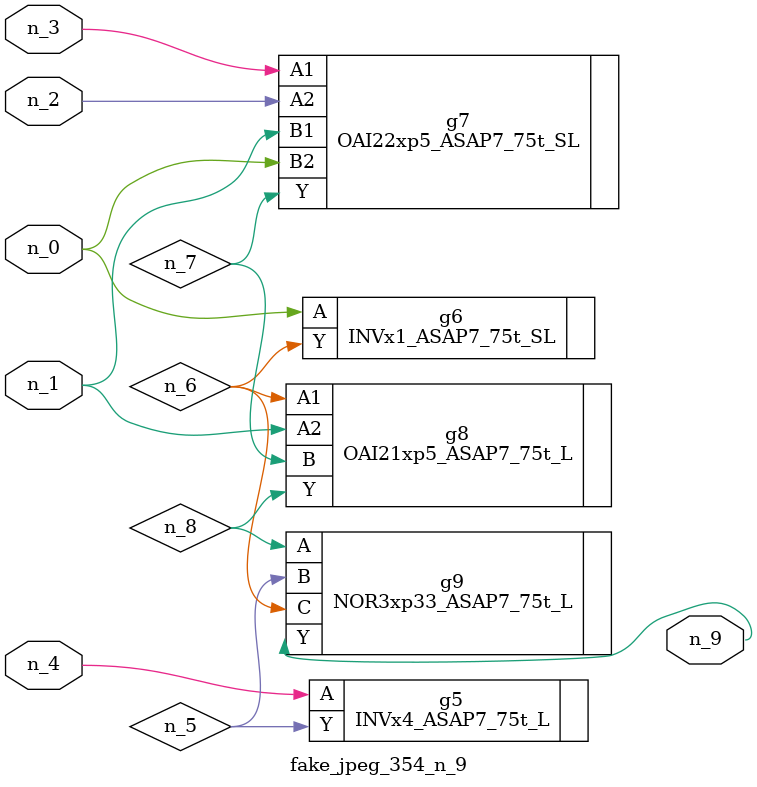
<source format=v>
module fake_jpeg_354_n_9 (n_3, n_2, n_1, n_0, n_4, n_9);

input n_3;
input n_2;
input n_1;
input n_0;
input n_4;

output n_9;

wire n_8;
wire n_6;
wire n_5;
wire n_7;

INVx4_ASAP7_75t_L g5 ( 
.A(n_4),
.Y(n_5)
);

INVx1_ASAP7_75t_SL g6 ( 
.A(n_0),
.Y(n_6)
);

OAI22xp5_ASAP7_75t_SL g7 ( 
.A1(n_3),
.A2(n_2),
.B1(n_1),
.B2(n_0),
.Y(n_7)
);

OAI21xp5_ASAP7_75t_L g8 ( 
.A1(n_6),
.A2(n_1),
.B(n_7),
.Y(n_8)
);

NOR3xp33_ASAP7_75t_L g9 ( 
.A(n_8),
.B(n_5),
.C(n_6),
.Y(n_9)
);


endmodule
</source>
